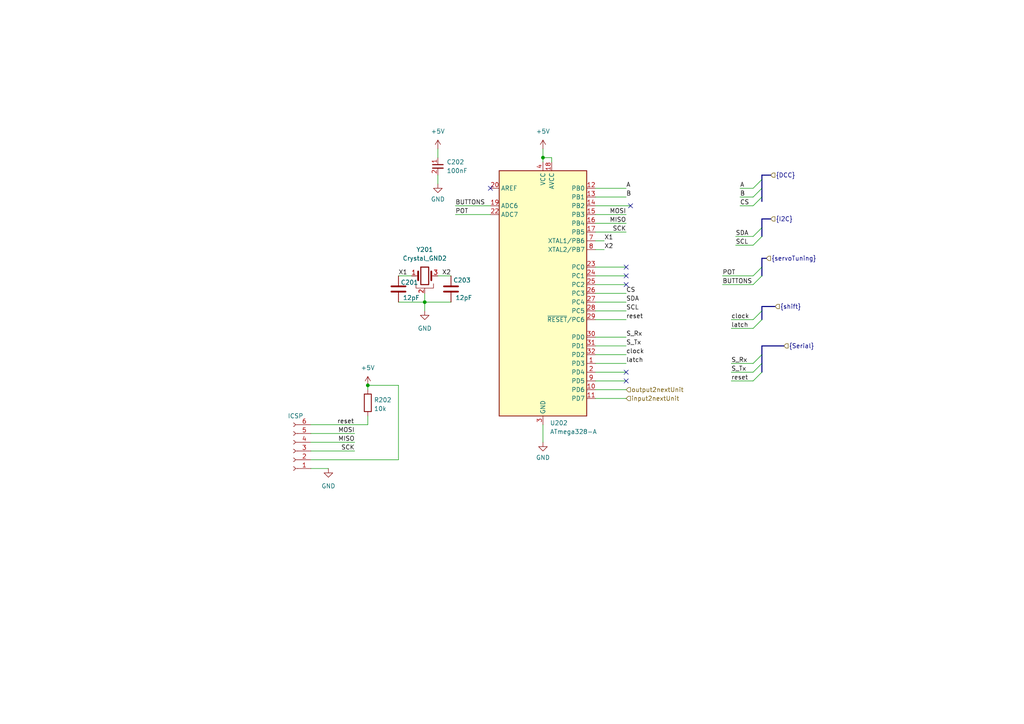
<source format=kicad_sch>
(kicad_sch (version 20231120) (generator "eeschema") (generator_version "8.0")
  (paper "A4")
  (lib_symbols
    (symbol "Connector:Conn_01x06_Socket" (pin_names (offset 1.016) hide)
      (property "Reference" "J" (at 0 7.62 0))
      (property "Value" "Conn_01x06_Socket" (at 0 -10.16 0))
      (symbol "Conn_01x06_Socket_1_1"
        (arc (start 0 -7.112) (mid -0.5058 -7.62) (end 0 -8.128) (stroke (width 0.1524)))
        (arc (start 0 -4.572) (mid -0.5058 -5.08) (end 0 -5.588) (stroke (width 0.1524)))
        (arc (start 0 -2.032) (mid -0.5058 -2.54) (end 0 -3.048) (stroke (width 0.1524)))
        (polyline (pts (xy -1.27 -7.62) (xy -0.508 -7.62)) (stroke (width 0.1524)))
        (polyline (pts (xy -1.27 -5.08) (xy -0.508 -5.08)) (stroke (width 0.1524)))
        (polyline (pts (xy -1.27 -2.54) (xy -0.508 -2.54)) (stroke (width 0.1524)))
        (polyline (pts (xy -1.27 0) (xy -0.508 0)) (stroke (width 0.1524)))
        (polyline (pts (xy -1.27 2.54) (xy -0.508 2.54)) (stroke (width 0.1524)))
        (polyline (pts (xy -1.27 5.08) (xy -0.508 5.08)) (stroke (width 0.1524)))
        (arc (start 0 0.508) (mid -0.5058 0) (end 0 -0.508) (stroke (width 0.1524)))
        (arc (start 0 3.048) (mid -0.5058 2.54) (end 0 2.032) (stroke (width 0.1524)))
        (arc (start 0 5.588) (mid -0.5058 5.08) (end 0 4.572) (stroke (width 0.1524)))
        (pin passive line (at -5.08 5.08 0) (length 3.81) (name "Pin_1") (number "1"))
        (pin passive line (at -5.08 2.54 0) (length 3.81) (name "Pin_2") (number "2"))
        (pin passive line (at -5.08 0 0) (length 3.81) (name "Pin_3") (number "3"))
        (pin passive line (at -5.08 -2.54 0) (length 3.81) (name "Pin_4") (number "4"))
        (pin passive line (at -5.08 -5.08 0) (length 3.81) (name "Pin_5") (number "5"))
        (pin passive line (at -5.08 -7.62 0) (length 3.81) (name "Pin_6") (number "6"))
      )
    )
    (symbol "Device:C" (pin_numbers hide) (pin_names (offset 0.254))
      (property "Reference" "C" (at 0.635 2.54 0))
      (property "Value" "C" (at 0.635 -2.54 0))
      (symbol "C_0_1"
        (polyline (pts (xy -2.032 -0.762) (xy 2.032 -0.762)) (stroke (width 0.508)))
        (polyline (pts (xy -2.032 0.762) (xy 2.032 0.762)) (stroke (width 0.508)))
      )
      (symbol "C_1_1"
        (pin passive line (at 0 3.81 270) (length 2.794) (name "~") (number "1"))
        (pin passive line (at 0 -3.81 90) (length 2.794) (name "~") (number "2"))
      )
    )
    (symbol "Device:R" (pin_numbers hide) (pin_names (offset 0))
      (property "Reference" "R" (at 2.032 0 90))
      (property "Value" "R" (at 0 0 90))
      (symbol "R_0_1"
        (rectangle (start -1.016 -2.54) (end 1.016 2.54) (stroke (width 0.254)))
      )
      (symbol "R_1_1"
        (pin passive line (at 0 3.81 270) (length 1.27) (name "~") (number "1"))
        (pin passive line (at 0 -3.81 90) (length 1.27) (name "~") (number "2"))
      )
    )
    (symbol "GND_1" (power) (pin_names (offset 0))
      (property "Value" "GND_1" (at 0 -3.81 0))
      (symbol "GND_1_0_1"
        (polyline (pts (xy 0 0) (xy 0 -1.27) (xy 1.27 -1.27) (xy 0 -2.54) (xy -1.27 -1.27) (xy 0 -1.27)))
      )
      (symbol "GND_1_1_1"
        (pin power_in line (at 0 0 270) (length 0) hide (name "GND") (number "1"))
      )
    )
    (symbol "MCU_Microchip_ATmega:ATmega328-A"
      (property "Reference" "U" (at -12.7 36.83 0))
      (property "Value" "ATmega328-A" (at 2.54 -36.83 0))
      (symbol "ATmega328-A_0_1"
        (rectangle (start -12.7 -35.56) (end 12.7 35.56) (stroke (width 0.254)) (fill (type background)))
      )
      (symbol "ATmega328-A_1_1"
        (pin bidirectional line (at 15.24 -20.32 180) (length 2.54) (name "PD3") (number "1"))
        (pin bidirectional line (at 15.24 -27.94 180) (length 2.54) (name "PD6") (number "10"))
        (pin bidirectional line (at 15.24 -30.48 180) (length 2.54) (name "PD7") (number "11"))
        (pin bidirectional line (at 15.24 30.48 180) (length 2.54) (name "PB0") (number "12"))
        (pin bidirectional line (at 15.24 27.94 180) (length 2.54) (name "PB1") (number "13"))
        (pin bidirectional line (at 15.24 25.4 180) (length 2.54) (name "PB2") (number "14"))
        (pin bidirectional line (at 15.24 22.86 180) (length 2.54) (name "PB3") (number "15"))
        (pin bidirectional line (at 15.24 20.32 180) (length 2.54) (name "PB4") (number "16"))
        (pin bidirectional line (at 15.24 17.78 180) (length 2.54) (name "PB5") (number "17"))
        (pin power_in line (at 2.54 38.1 270) (length 2.54) (name "AVCC") (number "18"))
        (pin input line (at -15.24 25.4 0) (length 2.54) (name "ADC6") (number "19"))
        (pin bidirectional line (at 15.24 -22.86 180) (length 2.54) (name "PD4") (number "2"))
        (pin passive line (at -15.24 30.48 0) (length 2.54) (name "AREF") (number "20"))
        (pin passive line (at 0 -38.1 90) (length 2.54) hide (name "GND") (number "21"))
        (pin input line (at -15.24 22.86 0) (length 2.54) (name "ADC7") (number "22"))
        (pin bidirectional line (at 15.24 7.62 180) (length 2.54) (name "PC0") (number "23"))
        (pin bidirectional line (at 15.24 5.08 180) (length 2.54) (name "PC1") (number "24"))
        (pin bidirectional line (at 15.24 2.54 180) (length 2.54) (name "PC2") (number "25"))
        (pin bidirectional line (at 15.24 0 180) (length 2.54) (name "PC3") (number "26"))
        (pin bidirectional line (at 15.24 -2.54 180) (length 2.54) (name "PC4") (number "27"))
        (pin bidirectional line (at 15.24 -5.08 180) (length 2.54) (name "PC5") (number "28"))
        (pin bidirectional line (at 15.24 -7.62 180) (length 2.54) (name "~{RESET}/PC6") (number "29"))
        (pin power_in line (at 0 -38.1 90) (length 2.54) (name "GND") (number "3"))
        (pin bidirectional line (at 15.24 -12.7 180) (length 2.54) (name "PD0") (number "30"))
        (pin bidirectional line (at 15.24 -15.24 180) (length 2.54) (name "PD1") (number "31"))
        (pin bidirectional line (at 15.24 -17.78 180) (length 2.54) (name "PD2") (number "32"))
        (pin power_in line (at 0 38.1 270) (length 2.54) (name "VCC") (number "4"))
        (pin passive line (at 0 -38.1 90) (length 2.54) hide (name "GND") (number "5"))
        (pin passive line (at 0 38.1 270) (length 2.54) hide (name "VCC") (number "6"))
        (pin bidirectional line (at 15.24 15.24 180) (length 2.54) (name "XTAL1/PB6") (number "7"))
        (pin bidirectional line (at 15.24 12.7 180) (length 2.54) (name "XTAL2/PB7") (number "8"))
        (pin bidirectional line (at 15.24 -25.4 180) (length 2.54) (name "PD5") (number "9"))
      )
    )
    (symbol "capacitor_miscellaneous:C_0402_100nF"
      (property "Reference" "U" (at 1.27 2.54 0))
      (property "Value" "100nF" (at 3.81 -2.54 0))
      (property "JLCPCB Part#" "C307331" (at 0 0 0))
      (symbol "C_0402_100nF_0_1"
        (polyline (pts (xy -1.524 -0.508) (xy 1.524 -0.508)) (stroke (width 0.3302)))
        (polyline (pts (xy -1.524 0.508) (xy 1.524 0.508)) (stroke (width 0.3048)))
      )
      (symbol "C_0402_100nF_1_1"
        (pin passive line (at 0 2.54 270) (length 2.032) (name "~") (number "1"))
        (pin passive line (at 0 -2.54 90) (length 2.032) (name "~") (number "2"))
      )
    )
    (symbol "custom_kicad_lib_sk:crystal_arduino" (pin_names (offset 1.016) hide)
      (property "Reference" "Y" (at 0 5.715 0))
      (property "Value" "Crystal_GND2" (at 0 3.81 0))
      (property "JLCPCB Part#" "C13738" (at 0 0 0))
      (symbol "crystal_arduino_0_1"
        (rectangle (start -1.143 2.54) (end 1.143 -2.54) (stroke (width 0.3048)))
        (polyline (pts (xy -2.54 0) (xy -1.905 0)))
        (polyline (pts (xy -1.905 -1.27) (xy -1.905 1.27)) (stroke (width 0.508)))
        (polyline (pts (xy 0 -3.81) (xy 0 -3.556)))
        (polyline (pts (xy 1.905 0) (xy 2.54 0)))
        (polyline (pts (xy 1.905 1.27) (xy 1.905 -1.27)) (stroke (width 0.508)))
        (polyline (pts (xy -2.54 -2.286) (xy -2.54 -3.556) (xy 2.54 -3.556) (xy 2.54 -2.286)))
      )
      (symbol "crystal_arduino_1_1"
        (pin passive line (at -3.81 0 0) (length 1.27) (name "1") (number "1"))
        (pin passive line (at 0 -5.08 90) (length 1.27) (name "GND") (number "2"))
        (pin passive line (at 3.81 0 180) (length 1.27) (name "3") (number "3"))
        (pin passive line (at 0 -5.08 90) (length 1.27) hide (name "GND") (number "4"))
      )
    )
    (symbol "power:+5V" (power) (pin_names (offset 0))
      (property "Value" "+5V" (at 0 3.556 0))
      (symbol "+5V_0_1"
        (polyline (pts (xy -0.762 1.27) (xy 0 2.54)))
        (polyline (pts (xy 0 0) (xy 0 2.54)))
        (polyline (pts (xy 0 2.54) (xy 0.762 1.27)))
      )
      (symbol "+5V_1_1"
        (pin power_in line (at 0 0 90) (length 0) hide (name "+5V") (number "1"))
      )
    )
    (symbol "power:GND" (power) (pin_names (offset 0))
      (property "Value" "GND" (at 0 -3.81 0))
      (symbol "GND_0_1"
        (polyline (pts (xy 0 0) (xy 0 -1.27) (xy 1.27 -1.27) (xy 0 -2.54) (xy -1.27 -1.27) (xy 0 -1.27)))
      )
      (symbol "GND_1_1"
        (pin power_in line (at 0 0 270) (length 0) hide (name "GND") (number "1"))
      )
    )
  )
  (bus_alias "DCC" (members "A" "B" "CS"))
  (junction (at 123.19 87.63))
  (junction (at 157.48 45.72))
  (junction (at 106.68 111.76))
  (no_connect (at 181.61 110.49))
  (no_connect (at 142.24 54.61))
  (no_connect (at 181.61 107.95))
  (no_connect (at 181.61 80.01))
  (no_connect (at 181.61 82.55))
  (no_connect (at 181.61 77.47))
  (no_connect (at 182.88 59.69))
  (bus_entry (at 220.98 66.04) (size -2.54 2.54))
  (bus_entry (at 218.44 95.25) (size 2.54 -2.54))
  (bus_entry (at 218.44 80.01) (size 2.54 -2.54))
  (bus_entry (at 218.44 105.41) (size 2.54 -2.54))
  (bus_entry (at 220.98 68.58) (size -2.54 2.54))
  (bus_entry (at 218.44 54.61) (size 2.54 -2.54))
  (bus_entry (at 218.44 107.95) (size 2.54 -2.54))
  (bus_entry (at 218.44 82.55) (size 2.54 -2.54))
  (bus_entry (at 218.44 59.69) (size 2.54 -2.54))
  (bus_entry (at 218.44 57.15) (size 2.54 -2.54))
  (bus_entry (at 218.44 92.71) (size 2.54 -2.54))
  (bus_entry (at 218.44 110.49) (size 2.54 -2.54))
  (wire (pts (xy 157.48 45.72) (xy 157.48 46.99)))
  (wire (pts (xy 212.09 110.49) (xy 218.44 110.49)))
  (bus (pts (xy 223.52 50.8) (xy 220.98 50.8)))
  (wire (pts (xy 123.19 87.63) (xy 130.81 87.63)))
  (bus (pts (xy 220.98 77.47) (xy 220.98 80.01)))
  (wire (pts (xy 212.09 95.25) (xy 218.44 95.25)))
  (bus (pts (xy 223.52 63.5) (xy 220.98 63.5)))
  (wire (pts (xy 160.02 45.72) (xy 157.48 45.72)))
  (wire (pts (xy 172.72 87.63) (xy 181.61 87.63)))
  (wire (pts (xy 90.17 130.81) (xy 102.87 130.81)))
  (wire (pts (xy 172.72 113.03) (xy 181.61 113.03)))
  (wire (pts (xy 132.08 59.69) (xy 142.24 59.69)))
  (wire (pts (xy 213.36 68.58) (xy 218.44 68.58)))
  (wire (pts (xy 119.38 80.01) (xy 115.57 80.01)))
  (wire (pts (xy 106.68 111.76) (xy 115.57 111.76)))
  (bus (pts (xy 220.98 63.5) (xy 220.98 66.04)))
  (bus (pts (xy 220.98 57.15) (xy 220.98 58.42)))
  (wire (pts (xy 172.72 77.47) (xy 181.61 77.47)))
  (wire (pts (xy 172.72 54.61) (xy 181.61 54.61)))
  (wire (pts (xy 172.72 90.17) (xy 181.61 90.17)))
  (wire (pts (xy 213.36 71.12) (xy 218.44 71.12)))
  (bus (pts (xy 220.98 90.17) (xy 220.98 92.71)))
  (wire (pts (xy 209.55 80.01) (xy 218.44 80.01)))
  (bus (pts (xy 220.98 88.9) (xy 220.98 90.17)))
  (wire (pts (xy 172.72 92.71) (xy 181.61 92.71)))
  (wire (pts (xy 182.88 59.69) (xy 172.72 59.69)))
  (wire (pts (xy 172.72 72.39) (xy 175.26 72.39)))
  (wire (pts (xy 90.17 128.27) (xy 102.87 128.27)))
  (wire (pts (xy 157.48 123.19) (xy 157.48 128.27)))
  (wire (pts (xy 209.55 82.55) (xy 218.44 82.55)))
  (bus (pts (xy 220.98 52.07) (xy 220.98 54.61)))
  (wire (pts (xy 172.72 110.49) (xy 181.61 110.49)))
  (wire (pts (xy 106.68 120.65) (xy 106.68 123.19)))
  (bus (pts (xy 224.79 88.9) (xy 220.98 88.9)))
  (bus (pts (xy 220.98 54.61) (xy 220.98 57.15)))
  (wire (pts (xy 172.72 85.09) (xy 181.61 85.09)))
  (bus (pts (xy 222.25 74.93) (xy 220.98 74.93)))
  (wire (pts (xy 123.19 85.09) (xy 123.19 87.63)))
  (wire (pts (xy 127 80.01) (xy 130.81 80.01)))
  (wire (pts (xy 90.17 125.73) (xy 102.87 125.73)))
  (wire (pts (xy 172.72 69.85) (xy 175.26 69.85)))
  (wire (pts (xy 172.72 115.57) (xy 181.61 115.57)))
  (wire (pts (xy 212.09 92.71) (xy 218.44 92.71)))
  (bus (pts (xy 220.98 100.33) (xy 220.98 102.87)))
  (wire (pts (xy 157.48 43.18) (xy 157.48 45.72)))
  (wire (pts (xy 132.08 62.23) (xy 142.24 62.23)))
  (bus (pts (xy 220.98 100.33) (xy 227.33 100.33)))
  (wire (pts (xy 127 50.8) (xy 127 53.34)))
  (bus (pts (xy 220.98 66.04) (xy 220.98 68.58)))
  (bus (pts (xy 220.98 105.41) (xy 220.98 107.95)))
  (wire (pts (xy 172.72 62.23) (xy 181.61 62.23)))
  (wire (pts (xy 106.68 111.76) (xy 106.68 113.03)))
  (wire (pts (xy 214.63 57.15) (xy 218.44 57.15)))
  (wire (pts (xy 115.57 111.76) (xy 115.57 133.35)))
  (wire (pts (xy 172.72 82.55) (xy 181.61 82.55)))
  (wire (pts (xy 212.09 107.95) (xy 218.44 107.95)))
  (wire (pts (xy 172.72 100.33) (xy 181.61 100.33)))
  (wire (pts (xy 115.57 87.63) (xy 123.19 87.63)))
  (wire (pts (xy 127 43.18) (xy 127 45.72)))
  (wire (pts (xy 172.72 97.79) (xy 181.61 97.79)))
  (wire (pts (xy 212.09 105.41) (xy 218.44 105.41)))
  (wire (pts (xy 172.72 102.87) (xy 181.61 102.87)))
  (wire (pts (xy 214.63 54.61) (xy 218.44 54.61)))
  (wire (pts (xy 90.17 135.89) (xy 95.25 135.89)))
  (wire (pts (xy 123.19 87.63) (xy 123.19 90.17)))
  (wire (pts (xy 160.02 46.99) (xy 160.02 45.72)))
  (bus (pts (xy 220.98 102.87) (xy 220.98 105.41)))
  (bus (pts (xy 220.98 74.93) (xy 220.98 77.47)))
  (wire (pts (xy 172.72 67.31) (xy 181.61 67.31)))
  (wire (pts (xy 214.63 59.69) (xy 218.44 59.69)))
  (wire (pts (xy 90.17 133.35) (xy 115.57 133.35)))
  (bus (pts (xy 220.98 50.8) (xy 220.98 52.07)))
  (wire (pts (xy 172.72 64.77) (xy 181.61 64.77)))
  (wire (pts (xy 90.17 123.19) (xy 106.68 123.19)))
  (wire (pts (xy 172.72 107.95) (xy 181.61 107.95)))
  (wire (pts (xy 172.72 80.01) (xy 181.61 80.01)))
  (wire (pts (xy 172.72 105.41) (xy 181.61 105.41)))
  (wire (pts (xy 172.72 57.15) (xy 181.61 57.15)))
  (label "POT" (at 209.55 80.01 0))
  (label "clock" (at 212.09 92.71 0))
  (label "S_Tx" (at 181.61 100.33 0))
  (label "reset" (at 181.61 92.71 0))
  (label "X1" (at 115.57 80.01 0))
  (label "X2" (at 175.26 72.39 0))
  (label "S_Rx" (at 181.61 97.79 0))
  (label "clock" (at 181.61 102.87 0))
  (label "latch" (at 181.61 105.41 0))
  (label "reset" (at 97.79 123.19 0))
  (label "SDA" (at 181.61 87.63 0))
  (label "S_Rx" (at 212.09 105.41 0))
  (label "B" (at 181.61 57.15 0))
  (label "SCL" (at 213.36 71.12 0))
  (label "reset" (at 212.09 110.49 0))
  (label "BUTTONS" (at 209.55 82.55 0))
  (label "CS" (at 214.63 59.69 0))
  (label "A" (at 181.61 54.61 0))
  (label "MOSI" (at 181.61 62.23 180))
  (label "SCK" (at 102.87 130.81 180))
  (label "MISO" (at 102.87 128.27 180))
  (label "MOSI" (at 102.87 125.73 180))
  (label "B" (at 214.63 57.15 0))
  (label "A" (at 214.63 54.61 0))
  (label "X1" (at 175.26 69.85 0))
  (label "latch" (at 212.09 95.25 0))
  (label "SCK" (at 181.61 67.31 180))
  (label "MISO" (at 181.61 64.77 180))
  (label "SCL" (at 181.61 90.17 0))
  (label "POT" (at 132.08 62.23 0))
  (label "SDA" (at 213.36 68.58 0))
  (label "S_Tx" (at 212.09 107.95 0))
  (label "BUTTONS" (at 132.08 59.69 0))
  (label "CS" (at 181.61 85.09 0))
  (label "X2" (at 130.81 80.01 180))
  (hierarchical_label "{I2C}" (shape input) (at 223.52 63.5 0))
  (hierarchical_label "{shift}" (shape input) (at 224.79 88.9 0))
  (hierarchical_label "{servoTuning}" (shape input) (at 222.25 74.93 0))
  (hierarchical_label "output2nextUnit" (shape input) (at 181.61 113.03 0))
  (hierarchical_label "{DCC}" (shape input) (at 223.52 50.8 0))
  (hierarchical_label "{Serial}" (shape input) (at 227.33 100.33 0))
  (hierarchical_label "input2nextUnit" (shape input) (at 181.61 115.57 0))
  (symbol (lib_name "GND_1") (lib_id "power:GND") (at 123.19 90.17 0) (unit 1)
    (property "Reference" "#PWR0207" (effects (hide yes)))
    (property "Value" "GND" (at 123.19 95.25 0))
  )
  (symbol (lib_id "custom_kicad_lib_sk:crystal_arduino") (at 123.19 80.01 0) (unit 1)
    (property "Reference" "Y201" (at 123.19 72.39 0))
    (property "Value" "Crystal_GND2" (at 123.19 74.93 0))
    (property "Footprint" "custom_kicad_lib_sk:crystal_arduino" (effects (hide yes)))
    (property "JLCPCB Part#" "C13738" (effects (hide yes)))
    (instances (project "atmega328" (path "" (reference "Y201") (unit 1))) (project "MasterOfAccessories" (path "" (reference "Y201") (unit 1))) (project "general_schematics" (path "" (reference "Y?") (unit 1)) (path "" (reference "Y1401") (unit 1))))
  )
  (symbol (lib_id "Device:C") (at 130.81 83.82 180) (unit 1)
    (property "Reference" "C203" (at 131.445 81.28 0) (effects (justify right)))
    (property "Value" "12pF" (at 132.08 86.36 0) (effects (justify right)))
    (property "Footprint" "Capacitor_SMD:C_0603_1608Metric" (effects (hide yes)))
    (property "JLCPCB Part#" "C38523" (effects (hide yes)))
    (instances (project "atmega328" (path "" (reference "C203") (unit 1))) (project "MasterOfAccessories" (path "" (reference "C203") (unit 1))) (project "general_schematics" (path "" (reference "C?") (unit 1)) (path "" (reference "C1403") (unit 1))))
  )
  (symbol (lib_id "MCU_Microchip_ATmega:ATmega328-A") (at 157.48 85.09 0) (unit 1)
    (property "Reference" "U202" (at 159.4994 122.6804 0) (effects (justify left)))
    (property "Value" "ATmega328-A" (at 159.4994 125.2173 0) (effects (justify left)))
    (property "Footprint" "Package_QFP:TQFP-32_7x7mm_P0.8mm" (effects (hide yes)))
    (property "Datasheet" "http://ww1.microchip.com/downloads/en/DeviceDoc/ATmega328_P%20AVR%20MCU%20with%20picoPower%20Technology%20Data%20Sheet%2040001984A.pdf" (effects (hide yes)))
    (property "JLCPCB Part#" "C14877" (effects (hide yes)))
    (instances (project "atmega328" (path "" (reference "U202") (unit 1))) (project "MasterOfAccessories" (path "" (reference "U202") (unit 1))) (project "general_schematics" (path "" (reference "U1402") (unit 1))))
  )
  (symbol (lib_id "Connector:Conn_01x06_Socket") (at 85.09 130.81 180) (unit 1)
    (property "Reference" "J202" (effects (hide yes)))
    (property "Value" "ICSP" (at 85.725 120.65 0))
    (property "Footprint" "Connector_PinHeader_2.54mm:PinHeader_1x06_P2.54mm_Vertical" (effects (hide yes)))
  )
  (symbol (lib_id "power:+5V") (at 157.48 43.18 0) (unit 1)
    (property "Reference" "#PWR0205" (effects (hide yes)))
    (property "Value" "+5V" (at 157.48 38.1 0))
  )
  (symbol (lib_id "power:GND") (at 127 53.34 0) (unit 1)
    (property "Reference" "#PWR0201" (effects (hide yes)))
    (property "Value" "GND" (at 127 57.7834 0))
    (instances (project "atmega328" (path "" (reference "#PWR0201") (unit 1))) (project "MasterOfAccessories" (path "" (reference "#PWR0201") (unit 1))) (project "general_schematics" (path "" (reference "#PWR0137") (unit 1))))
  )
  (symbol (lib_id "Device:C") (at 115.57 83.82 180) (unit 1)
    (property "Reference" "C201" (at 116.205 81.915 0) (effects (justify right)))
    (property "Value" "12pF" (at 116.84 86.36 0) (effects (justify right)))
    (property "Footprint" "Capacitor_SMD:C_0603_1608Metric" (effects (hide yes)))
    (property "JLCPCB Part#" "C38523" (effects (hide yes)))
    (instances (project "atmega328" (path "" (reference "C201") (unit 1))) (project "MasterOfAccessories" (path "" (reference "C201") (unit 1))) (project "general_schematics" (path "" (reference "C?") (unit 1)) (path "" (reference "C1401") (unit 1))))
  )
  (symbol (lib_id "power:GND") (at 157.48 128.27 0) (unit 1)
    (property "Reference" "#PWR0202" (effects (hide yes)))
    (property "Value" "GND" (at 157.48 132.7134 0))
    (instances (project "atmega328" (path "" (reference "#PWR0202") (unit 1))) (project "MasterOfAccessories" (path "" (reference "#PWR0202") (unit 1))) (project "general_schematics" (path "" (reference "#PWR0138") (unit 1))))
  )
  (symbol (lib_id "Device:R") (at 106.68 116.84 0) (unit 1)
    (property "Reference" "R202" (at 108.458 116.0053 0) (effects (justify left)))
    (property "Value" "10k" (at 108.458 118.5422 0) (effects (justify left)))
    (property "Footprint" "Resistor_SMD:R_0402_1005Metric_Pad0.72x0.64mm_HandSolder" (effects (hide yes)))
    (property "JLCPCB Part#" "C25744" (effects (hide yes)))
    (instances (project "atmega328" (path "" (reference "R202") (unit 1))) (project "MasterOfAccessories" (path "" (reference "R202") (unit 1))) (project "general_schematics" (path "" (reference "R1402") (unit 1))))
  )
  (symbol (lib_name "GND_1") (lib_id "power:GND") (at 95.25 135.89 0) (unit 1)
    (property "Reference" "#PWR0102" (effects (hide yes)))
    (property "Value" "GND" (at 95.25 140.97 0))
  )
  (symbol (lib_id "capacitor_miscellaneous:C_0402_100nF") (at 127 48.26 0) (unit 1)
    (property "Reference" "C202" (at 129.54 46.9963 0) (effects (justify left)))
    (property "Value" "100nF" (at 129.54 49.5363 0) (effects (justify left)))
    (property "Footprint" "Capacitor_SMD:C_0402_1005Metric" (effects (hide yes)))
    (property "JLCPCB Part#" "C307331" (effects (hide yes)))
  )
  (symbol (lib_id "power:+5V") (at 106.68 111.76 0) (unit 1)
    (property "Reference" "#PWR0206" (effects (hide yes)))
    (property "Value" "+5V" (at 106.68 106.68 0))
  )
  (symbol (lib_id "power:+5V") (at 127 43.18 0) (unit 1)
    (property "Reference" "#PWR0204" (effects (hide yes)))
    (property "Value" "+5V" (at 127 38.1 0))
  )
)
</source>
